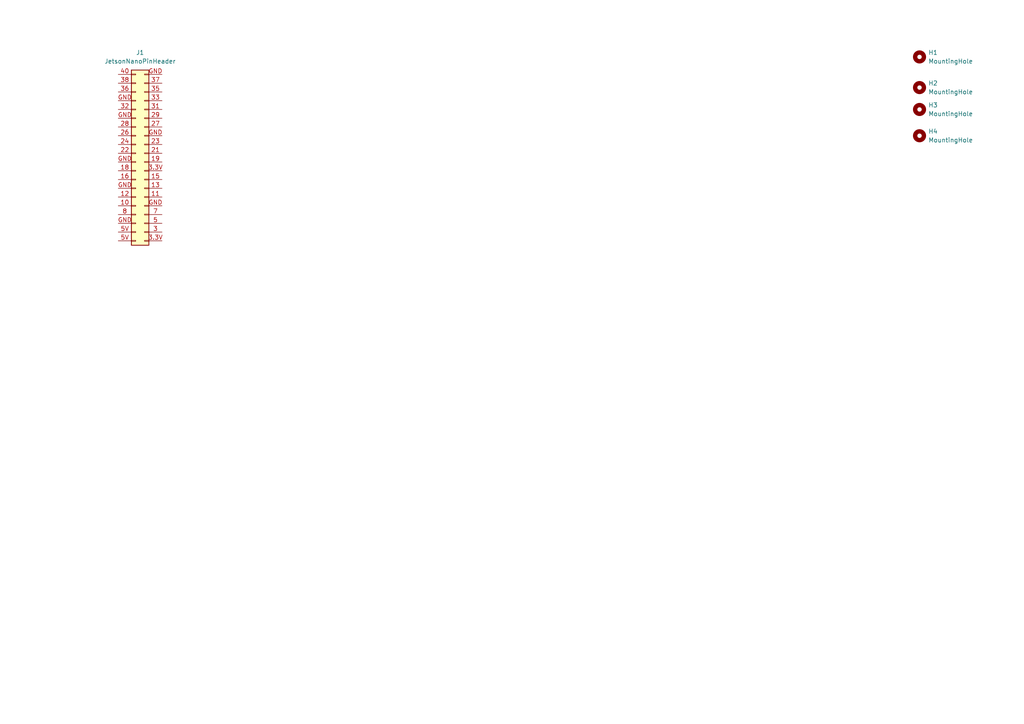
<source format=kicad_sch>
(kicad_sch (version 20231120) (generator "eeschema") (generator_version "8.0")
  (paper "A4")
  (lib_symbols
    (symbol "JetsonExpansonLibrary:JetsonNanoPinHeader" (pin_names (offset 1.016) hide)
      (property "Reference" "J" (at 1.27 -27.94 0))
      (property "Value" "JetsonNanoPinHeader" (at 1.27 25.4 0))
      (symbol "JetsonNanoPinHeader_1_1"
        (rectangle (start -1.27 -25.527) (end 0 -25.273) (stroke (width 0.1524)))
        (rectangle (start -1.27 -22.987) (end 0 -22.733) (stroke (width 0.1524)))
        (rectangle (start -1.27 -20.447) (end 0 -20.193) (stroke (width 0.1524)))
        (rectangle (start -1.27 -17.907) (end 0 -17.653) (stroke (width 0.1524)))
        (rectangle (start -1.27 -15.367) (end 0 -15.113) (stroke (width 0.1524)))
        (rectangle (start -1.27 -12.827) (end 0 -12.573) (stroke (width 0.1524)))
        (rectangle (start -1.27 -10.287) (end 0 -10.033) (stroke (width 0.1524)))
        (rectangle (start -1.27 -7.747) (end 0 -7.493) (stroke (width 0.1524)))
        (rectangle (start -1.27 -5.207) (end 0 -4.953) (stroke (width 0.1524)))
        (rectangle (start -1.27 -2.667) (end 0 -2.413) (stroke (width 0.1524)))
        (rectangle (start -1.27 -0.127) (end 0 0.127) (stroke (width 0.1524)))
        (rectangle (start -1.27 2.413) (end 0 2.667) (stroke (width 0.1524)))
        (rectangle (start -1.27 4.953) (end 0 5.207) (stroke (width 0.1524)))
        (rectangle (start -1.27 7.493) (end 0 7.747) (stroke (width 0.1524)))
        (rectangle (start -1.27 10.033) (end 0 10.287) (stroke (width 0.1524)))
        (rectangle (start -1.27 12.573) (end 0 12.827) (stroke (width 0.1524)))
        (rectangle (start -1.27 15.113) (end 0 15.367) (stroke (width 0.1524)))
        (rectangle (start -1.27 17.653) (end 0 17.907) (stroke (width 0.1524)))
        (rectangle (start -1.27 20.193) (end 0 20.447) (stroke (width 0.1524)))
        (rectangle (start -1.27 22.733) (end 0 22.987) (stroke (width 0.1524)))
        (rectangle (start 3.81 -26.67) (end -1.27 24.13) (stroke (width 0.254)) (fill (type background)))
        (rectangle (start 3.81 -25.527) (end 2.54 -25.273) (stroke (width 0.1524)))
        (rectangle (start 3.81 -22.987) (end 2.54 -22.733) (stroke (width 0.1524)))
        (rectangle (start 3.81 -20.447) (end 2.54 -20.193) (stroke (width 0.1524)))
        (rectangle (start 3.81 -17.907) (end 2.54 -17.653) (stroke (width 0.1524)))
        (rectangle (start 3.81 -15.367) (end 2.54 -15.113) (stroke (width 0.1524)))
        (rectangle (start 3.81 -12.827) (end 2.54 -12.573) (stroke (width 0.1524)))
        (rectangle (start 3.81 -10.287) (end 2.54 -10.033) (stroke (width 0.1524)))
        (rectangle (start 3.81 -7.747) (end 2.54 -7.493) (stroke (width 0.1524)))
        (rectangle (start 3.81 -5.207) (end 2.54 -4.953) (stroke (width 0.1524)))
        (rectangle (start 3.81 -2.667) (end 2.54 -2.413) (stroke (width 0.1524)))
        (rectangle (start 3.81 -0.127) (end 2.54 0.127) (stroke (width 0.1524)))
        (rectangle (start 3.81 2.413) (end 2.54 2.667) (stroke (width 0.1524)))
        (rectangle (start 3.81 4.953) (end 2.54 5.207) (stroke (width 0.1524)))
        (rectangle (start 3.81 7.493) (end 2.54 7.747) (stroke (width 0.1524)))
        (rectangle (start 3.81 10.033) (end 2.54 10.287) (stroke (width 0.1524)))
        (rectangle (start 3.81 12.573) (end 2.54 12.827) (stroke (width 0.1524)))
        (rectangle (start 3.81 15.113) (end 2.54 15.367) (stroke (width 0.1524)))
        (rectangle (start 3.81 17.653) (end 2.54 17.907) (stroke (width 0.1524)))
        (rectangle (start 3.81 20.193) (end 2.54 20.447) (stroke (width 0.1524)))
        (rectangle (start 3.81 22.733) (end 2.54 22.987) (stroke (width 0.1524)))
        (pin bidirectional line (at -5.08 -15.24 0) (length 3.81) (name "Pin_10") (number "10"))
        (pin bidirectional line (at 7.62 -12.7 180) (length 3.81) (name "Pin_11") (number "11"))
        (pin bidirectional line (at -5.08 -12.7 0) (length 3.81) (name "Pin_12") (number "12"))
        (pin bidirectional line (at 7.62 -10.16 180) (length 3.81) (name "Pin_13") (number "13"))
        (pin bidirectional line (at 7.62 -7.62 180) (length 3.81) (name "Pin_15") (number "15"))
        (pin bidirectional line (at -5.08 -7.62 0) (length 3.81) (name "Pin_16") (number "16"))
        (pin bidirectional line (at -5.08 -5.08 0) (length 3.81) (name "Pin_18") (number "18"))
        (pin bidirectional line (at 7.62 -2.54 180) (length 3.81) (name "Pin_19") (number "19"))
        (pin bidirectional line (at 7.62 0 180) (length 3.81) (name "Pin_21") (number "21"))
        (pin bidirectional line (at -5.08 0 0) (length 3.81) (name "Pin_22") (number "22"))
        (pin bidirectional line (at 7.62 2.54 180) (length 3.81) (name "Pin_23") (number "23"))
        (pin bidirectional line (at -5.08 2.54 0) (length 3.81) (name "Pin_24") (number "24"))
        (pin bidirectional line (at -5.08 5.08 0) (length 3.81) (name "Pin_26") (number "26"))
        (pin bidirectional line (at 7.62 7.62 180) (length 3.81) (name "Pin_27") (number "27"))
        (pin bidirectional line (at -5.08 7.62 0) (length 3.81) (name "Pin_28") (number "28"))
        (pin bidirectional line (at 7.62 10.16 180) (length 3.81) (name "Pin_29") (number "29"))
        (pin bidirectional line (at 7.62 -22.86 180) (length 3.81) (name "Pin_3") (number "3"))
        (pin power_out line (at 7.62 -25.4 180) (length 3.81) (name "Pin_1") (number "3.3V"))
        (pin power_out line (at 7.62 -5.08 180) (length 3.81) (name "Pin_17") (number "3.3V"))
        (pin bidirectional line (at 7.62 12.7 180) (length 3.81) (name "Pin_31") (number "31"))
        (pin bidirectional line (at -5.08 12.7 0) (length 3.81) (name "Pin_32") (number "32"))
        (pin bidirectional line (at 7.62 15.24 180) (length 3.81) (name "Pin_33") (number "33"))
        (pin bidirectional line (at 7.62 17.78 180) (length 3.81) (name "Pin_35") (number "35"))
        (pin bidirectional line (at -5.08 17.78 0) (length 3.81) (name "Pin_36") (number "36"))
        (pin bidirectional line (at 7.62 20.32 180) (length 3.81) (name "Pin_37") (number "37"))
        (pin bidirectional line (at -5.08 20.32 0) (length 3.81) (name "Pin_38") (number "38"))
        (pin bidirectional line (at -5.08 22.86 0) (length 3.81) (name "Pin_40") (number "40"))
        (pin bidirectional line (at 7.62 -20.32 180) (length 3.81) (name "Pin_5") (number "5"))
        (pin power_out line (at -5.08 -25.4 0) (length 3.81) (name "Pin_2") (number "5V"))
        (pin power_out line (at -5.08 -22.86 0) (length 3.81) (name "Pin_4") (number "5V"))
        (pin bidirectional line (at 7.62 -17.78 180) (length 3.81) (name "Pin_7") (number "7"))
        (pin bidirectional line (at -5.08 -17.78 0) (length 3.81) (name "Pin_8") (number "8"))
        (pin unspecified line (at -5.08 -10.16 0) (length 3.81) (name "Pin_14") (number "GND"))
        (pin unspecified line (at -5.08 -2.54 0) (length 3.81) (name "Pin_20") (number "GND"))
        (pin unspecified line (at 7.62 5.08 180) (length 3.81) (name "Pin_25") (number "GND"))
        (pin unspecified line (at -5.08 10.16 0) (length 3.81) (name "Pin_30") (number "GND"))
        (pin unspecified line (at -5.08 15.24 0) (length 3.81) (name "Pin_34") (number "GND"))
        (pin unspecified line (at 7.62 22.86 180) (length 3.81) (name "Pin_39") (number "GND"))
        (pin unspecified line (at -5.08 -20.32 0) (length 3.81) (name "Pin_6") (number "GND"))
        (pin unspecified line (at 7.62 -15.24 180) (length 3.81) (name "Pin_9") (number "GND"))
      )
    )
    (symbol "Mechanical:MountingHole" (pin_names (offset 1.016)) (exclude_from_sim yes) (in_bom no)
      (property "Reference" "H" (at 0 5.08 0))
      (property "Value" "MountingHole" (at 0 3.175 0))
      (symbol "MountingHole_0_1"
        (circle (center 0 0) (radius 1.27) (stroke (width 1.27)))
      )
    )
  )
  (symbol (lib_id "Mechanical:MountingHole") (at 266.7 31.75 0) (unit 1) (exclude_from_sim yes) (in_bom no)
    (property "Reference" "H3" (at 269.24 30.4799 0) (effects (justify left)))
    (property "Value" "MountingHole" (at 269.24 33.0199 0) (effects (justify left)))
    (property "Footprint" "MountingHole:MountingHole_2.7mm_M2.5_DIN965_Pad" (effects (hide yes)))
    (property "Description" "Mounting Hole without connection" (effects (hide yes)))
  )
  (symbol (lib_id "Mechanical:MountingHole") (at 266.7 39.37 0) (unit 1) (exclude_from_sim yes) (in_bom no)
    (property "Reference" "H4" (at 269.24 38.0999 0) (effects (justify left)))
    (property "Value" "MountingHole" (at 269.24 40.6399 0) (effects (justify left)))
    (property "Footprint" "MountingHole:MountingHole_2.7mm_M2.5_DIN965_Pad" (effects (hide yes)))
    (property "Description" "Mounting Hole without connection" (effects (hide yes)))
  )
  (symbol (lib_id "Mechanical:MountingHole") (at 266.7 16.51 0) (unit 1) (exclude_from_sim yes) (in_bom no)
    (property "Reference" "H1" (at 269.24 15.2399 0) (effects (justify left)))
    (property "Value" "MountingHole" (at 269.24 17.7799 0) (effects (justify left)))
    (property "Footprint" "MountingHole:MountingHole_2.7mm_M2.5_DIN965_Pad" (effects (hide yes)))
    (property "Description" "Mounting Hole without connection" (effects (hide yes)))
  )
  (symbol (lib_id "Mechanical:MountingHole") (at 266.7 25.4 0) (unit 1) (exclude_from_sim yes) (in_bom no)
    (property "Reference" "H2" (at 269.24 24.1299 0) (effects (justify left)))
    (property "Value" "MountingHole" (at 269.24 26.6699 0) (effects (justify left)))
    (property "Footprint" "MountingHole:MountingHole_2.7mm_M2.5_DIN965_Pad" (effects (hide yes)))
    (property "Description" "Mounting Hole without connection" (effects (hide yes)))
  )
  (symbol (lib_id "JetsonExpansonLibrary:JetsonNanoPinHeader") (at 39.37 44.45 0) (unit 1)
    (property "Reference" "J1" (at 40.64 15.24 0))
    (property "Value" "JetsonNanoPinHeader" (at 40.64 17.78 0))
    (property "Footprint" "JetsonNanoExpansionFootprints:JetsonNanoPinHeaderFootprint" (effects (hide yes)))
  )
)
</source>
